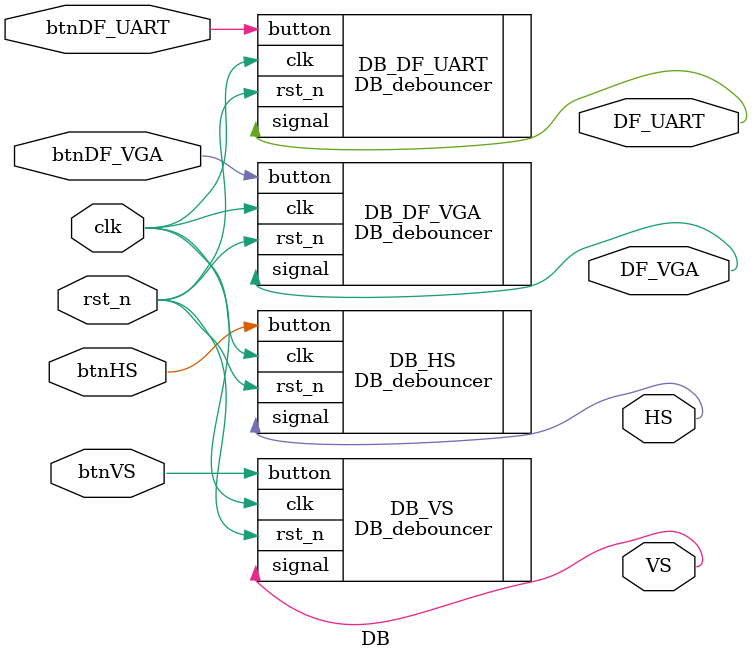
<source format=v>


module DB
(
input clk,
input rst_n,

input btnHS,
input btnVS,
input btnDF_UART,
input btnDF_VGA,
 
output HS,
output VS,
output DF_UART,
output DF_VGA
);

DB_debouncer DB_HS(.clk(clk), .rst_n(rst_n), .button(btnHS), .signal(HS));	
DB_debouncer DB_VS(.clk(clk), .rst_n(rst_n), .button(btnVS), .signal(VS));	
DB_debouncer DB_DF_UART(.clk(clk), .rst_n(rst_n), .button(btnDF_UART), .signal(DF_UART));	
DB_debouncer DB_DF_VGA(.clk(clk), .rst_n(rst_n), .button(btnDF_VGA), .signal(DF_VGA));	

endmodule


</source>
